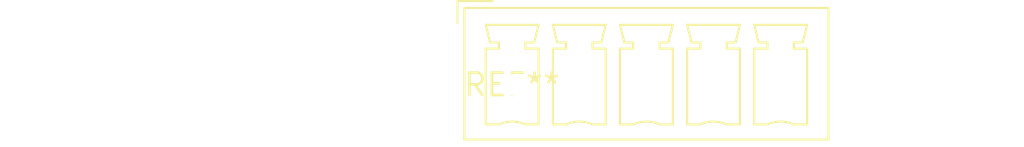
<source format=kicad_pcb>
(kicad_pcb (version 20240108) (generator pcbnew)
  (layers (0 "F.Cu" signal) (31 "B.Cu" signal) (34 "B.Paste" user) (35 "F.Paste" user) (36 "B.SilkS" user "B.Silkscreen") (37 "F.SilkS" user "F.Silkscreen") (38 "B.Mask" user) (39 "F.Mask" user) (44 "Edge.Cuts" user))
  (net 0 "")
  (footprint "PhoenixContact_MCV_1,5_5-G-3.81_1x05_P3.81mm_Vertical" (layer "F.Cu") (at 0 0)
    (property "Reference" "REF**")
    (property "Value" "PhoenixContact_MCV_1,5_5-G-3.81_1x05_P3.81mm_Vertical")
    (fp_line (start -3.1 -4.75) (end -1.1 -4.75) (layer "F.SilkS") (stroke (width 0.12)))
    (fp_line (start -3.1 -3.5) (end -3.1 -4.75) (layer "F.SilkS") (stroke (width 0.12)))
    (fp_line (start -2.71 -4.36) (end -2.71 3.11) (layer "F.SilkS") (stroke (width 0.12)))
    (fp_line (start -2.71 3.11) (end 17.95 3.11) (layer "F.SilkS") (stroke (width 0.12)))
    (fp_line (start -1.5 -3.4) (end 1.5 -3.4) (layer "F.SilkS") (stroke (width 0.12)))
    (fp_line (start -1.5 -2.05) (end -0.75 -2.05) (layer "F.SilkS") (stroke (width 0.12)))
    (fp_line (start -1.5 2.25) (end -1.5 -2.05) (layer "F.SilkS") (stroke (width 0.12)))
    (fp_line (start -1.25 -2.4) (end -1.5 -3.4) (layer "F.SilkS") (stroke (width 0.12)))
    (fp_line (start -0.75 -2.4) (end -1.25 -2.4) (layer "F.SilkS") (stroke (width 0.12)))
    (fp_line (start -0.75 -2.05) (end -0.75 -2.4) (layer "F.SilkS") (stroke (width 0.12)))
    (fp_line (start -0.75 2.25) (end -1.5 2.25) (layer "F.SilkS") (stroke (width 0.12)))
    (fp_line (start 0.75 -2.4) (end 0.75 -2.05) (layer "F.SilkS") (stroke (width 0.12)))
    (fp_line (start 0.75 -2.05) (end 1.5 -2.05) (layer "F.SilkS") (stroke (width 0.12)))
    (fp_line (start 1.25 -2.4) (end 0.75 -2.4) (layer "F.SilkS") (stroke (width 0.12)))
    (fp_line (start 1.5 -3.4) (end 1.25 -2.4) (layer "F.SilkS") (stroke (width 0.12)))
    (fp_line (start 1.5 -2.05) (end 1.5 2.25) (layer "F.SilkS") (stroke (width 0.12)))
    (fp_line (start 1.5 2.25) (end 0.75 2.25) (layer "F.SilkS") (stroke (width 0.12)))
    (fp_line (start 2.31 -3.4) (end 5.31 -3.4) (layer "F.SilkS") (stroke (width 0.12)))
    (fp_line (start 2.31 -2.05) (end 3.06 -2.05) (layer "F.SilkS") (stroke (width 0.12)))
    (fp_line (start 2.31 2.25) (end 2.31 -2.05) (layer "F.SilkS") (stroke (width 0.12)))
    (fp_line (start 2.56 -2.4) (end 2.31 -3.4) (layer "F.SilkS") (stroke (width 0.12)))
    (fp_line (start 3.06 -2.4) (end 2.56 -2.4) (layer "F.SilkS") (stroke (width 0.12)))
    (fp_line (start 3.06 -2.05) (end 3.06 -2.4) (layer "F.SilkS") (stroke (width 0.12)))
    (fp_line (start 3.06 2.25) (end 2.31 2.25) (layer "F.SilkS") (stroke (width 0.12)))
    (fp_line (start 4.56 -2.4) (end 4.56 -2.05) (layer "F.SilkS") (stroke (width 0.12)))
    (fp_line (start 4.56 -2.05) (end 5.31 -2.05) (layer "F.SilkS") (stroke (width 0.12)))
    (fp_line (start 5.06 -2.4) (end 4.56 -2.4) (layer "F.SilkS") (stroke (width 0.12)))
    (fp_line (start 5.31 -3.4) (end 5.06 -2.4) (layer "F.SilkS") (stroke (width 0.12)))
    (fp_line (start 5.31 -2.05) (end 5.31 2.25) (layer "F.SilkS") (stroke (width 0.12)))
    (fp_line (start 5.31 2.25) (end 4.56 2.25) (layer "F.SilkS") (stroke (width 0.12)))
    (fp_line (start 6.12 -3.4) (end 9.12 -3.4) (layer "F.SilkS") (stroke (width 0.12)))
    (fp_line (start 6.12 -2.05) (end 6.87 -2.05) (layer "F.SilkS") (stroke (width 0.12)))
    (fp_line (start 6.12 2.25) (end 6.12 -2.05) (layer "F.SilkS") (stroke (width 0.12)))
    (fp_line (start 6.37 -2.4) (end 6.12 -3.4) (layer "F.SilkS") (stroke (width 0.12)))
    (fp_line (start 6.87 -2.4) (end 6.37 -2.4) (layer "F.SilkS") (stroke (width 0.12)))
    (fp_line (start 6.87 -2.05) (end 6.87 -2.4) (layer "F.SilkS") (stroke (width 0.12)))
    (fp_line (start 6.87 2.25) (end 6.12 2.25) (layer "F.SilkS") (stroke (width 0.12)))
    (fp_line (start 8.37 -2.4) (end 8.37 -2.05) (layer "F.SilkS") (stroke (width 0.12)))
    (fp_line (start 8.37 -2.05) (end 9.12 -2.05) (layer "F.SilkS") (stroke (width 0.12)))
    (fp_line (start 8.87 -2.4) (end 8.37 -2.4) (layer "F.SilkS") (stroke (width 0.12)))
    (fp_line (start 9.12 -3.4) (end 8.87 -2.4) (layer "F.SilkS") (stroke (width 0.12)))
    (fp_line (start 9.12 -2.05) (end 9.12 2.25) (layer "F.SilkS") (stroke (width 0.12)))
    (fp_line (start 9.12 2.25) (end 8.37 2.25) (layer "F.SilkS") (stroke (width 0.12)))
    (fp_line (start 9.93 -3.4) (end 12.93 -3.4) (layer "F.SilkS") (stroke (width 0.12)))
    (fp_line (start 9.93 -2.05) (end 10.68 -2.05) (layer "F.SilkS") (stroke (width 0.12)))
    (fp_line (start 9.93 2.25) (end 9.93 -2.05) (layer "F.SilkS") (stroke (width 0.12)))
    (fp_line (start 10.18 -2.4) (end 9.93 -3.4) (layer "F.SilkS") (stroke (width 0.12)))
    (fp_line (start 10.68 -2.4) (end 10.18 -2.4) (layer "F.SilkS") (stroke (width 0.12)))
    (fp_line (start 10.68 -2.05) (end 10.68 -2.4) (layer "F.SilkS") (stroke (width 0.12)))
    (fp_line (start 10.68 2.25) (end 9.93 2.25) (layer "F.SilkS") (stroke (width 0.12)))
    (fp_line (start 12.18 -2.4) (end 12.18 -2.05) (layer "F.SilkS") (stroke (width 0.12)))
    (fp_line (start 12.18 -2.05) (end 12.93 -2.05) (layer "F.SilkS") (stroke (width 0.12)))
    (fp_line (start 12.68 -2.4) (end 12.18 -2.4) (layer "F.SilkS") (stroke (width 0.12)))
    (fp_line (start 12.93 -3.4) (end 12.68 -2.4) (layer "F.SilkS") (stroke (width 0.12)))
    (fp_line (start 12.93 -2.05) (end 12.93 2.25) (layer "F.SilkS") (stroke (width 0.12)))
    (fp_line (start 12.93 2.25) (end 12.18 2.25) (layer "F.SilkS") (stroke (width 0.12)))
    (fp_line (start 13.74 -3.4) (end 16.74 -3.4) (layer "F.SilkS") (stroke (width 0.12)))
    (fp_line (start 13.74 -2.05) (end 14.49 -2.05) (layer "F.SilkS") (stroke (width 0.12)))
    (fp_line (start 13.74 2.25) (end 13.74 -2.05) (layer "F.SilkS") (stroke (width 0.12)))
    (fp_line (start 13.99 -2.4) (end 13.74 -3.4) (layer "F.SilkS") (stroke (width 0.12)))
    (fp_line (start 14.49 -2.4) (end 13.99 -2.4) (layer "F.SilkS") (stroke (width 0.12)))
    (fp_line (start 14.49 -2.05) (end 14.49 -2.4) (layer "F.SilkS") (stroke (width 0.12)))
    (fp_line (start 14.49 2.25) (end 13.74 2.25) (layer "F.SilkS") (stroke (width 0.12)))
    (fp_line (start 15.99 -2.4) (end 15.99 -2.05) (layer "F.SilkS") (stroke (width 0.12)))
    (fp_line (start 15.99 -2.05) (end 16.74 -2.05) (layer "F.SilkS") (stroke (width 0.12)))
    (fp_line (start 16.49 -2.4) (end 15.99 -2.4) (layer "F.SilkS") (stroke (width 0.12)))
    (fp_line (start 16.74 -3.4) (end 16.49 -2.4) (layer "F.SilkS") (stroke (width 0.12)))
    (fp_line (start 16.74 -2.05) (end 16.74 2.25) (layer "F.SilkS") (stroke (width 0.12)))
    (fp_line (start 16.74 2.25) (end 15.99 2.25) (layer "F.SilkS") (stroke (width 0.12)))
    (fp_line (start 17.95 -4.36) (end -2.71 -4.36) (layer "F.SilkS") (stroke (width 0.12)))
    (fp_line (start 17.95 3.11) (end 17.95 -4.36) (layer "F.SilkS") (stroke (width 0.12)))
    (fp_arc (start -0.75 2.25) (mid -0.000193 2.09191) (end 0.749647 2.249844) (layer "F.SilkS") (stroke (width 0.12)))
    (fp_arc (start 3.06 2.25) (mid 3.809807 2.09191) (end 4.559647 2.249844) (layer "F.SilkS") (stroke (width 0.12)))
    (fp_arc (start 6.87 2.25) (mid 7.619807 2.09191) (end 8.369647 2.249844) (layer "F.SilkS") (stroke (width 0.12)))
    (fp_arc (start 10.68 2.25) (mid 11.429807 2.09191) (end 12.179647 2.249844) (layer "F.SilkS") (stroke (width 0.12)))
    (fp_arc (start 14.49 2.25) (mid 15.239807 2.09191) (end 15.989647 2.249844) (layer "F.SilkS") (stroke (width 0.12)))
    (pad "1" thru_hole roundrect (at 0 0) (size 1.8 3.6) (drill 1.2) (layers *.Cu *.Mask) (remove_unused_layers) (roundrect_rratio 0.138889))
    (pad "2" thru_hole oval (at 3.81 0) (size 1.8 3.6) (drill 1.2) (layers *.Cu *.Mask) (remove_unused_layers))
    (pad "3" thru_hole oval (at 7.62 0) (size 1.8 3.6) (drill 1.2) (layers *.Cu *.Mask) (remove_unused_layers))
    (pad "4" thru_hole oval (at 11.43 0) (size 1.8 3.6) (drill 1.2) (layers *.Cu *.Mask) (remove_unused_layers))
    (pad "5" thru_hole oval (at 15.24 0) (size 1.8 3.6) (drill 1.2) (layers *.Cu *.Mask) (remove_unused_layers))
  )
)
</source>
